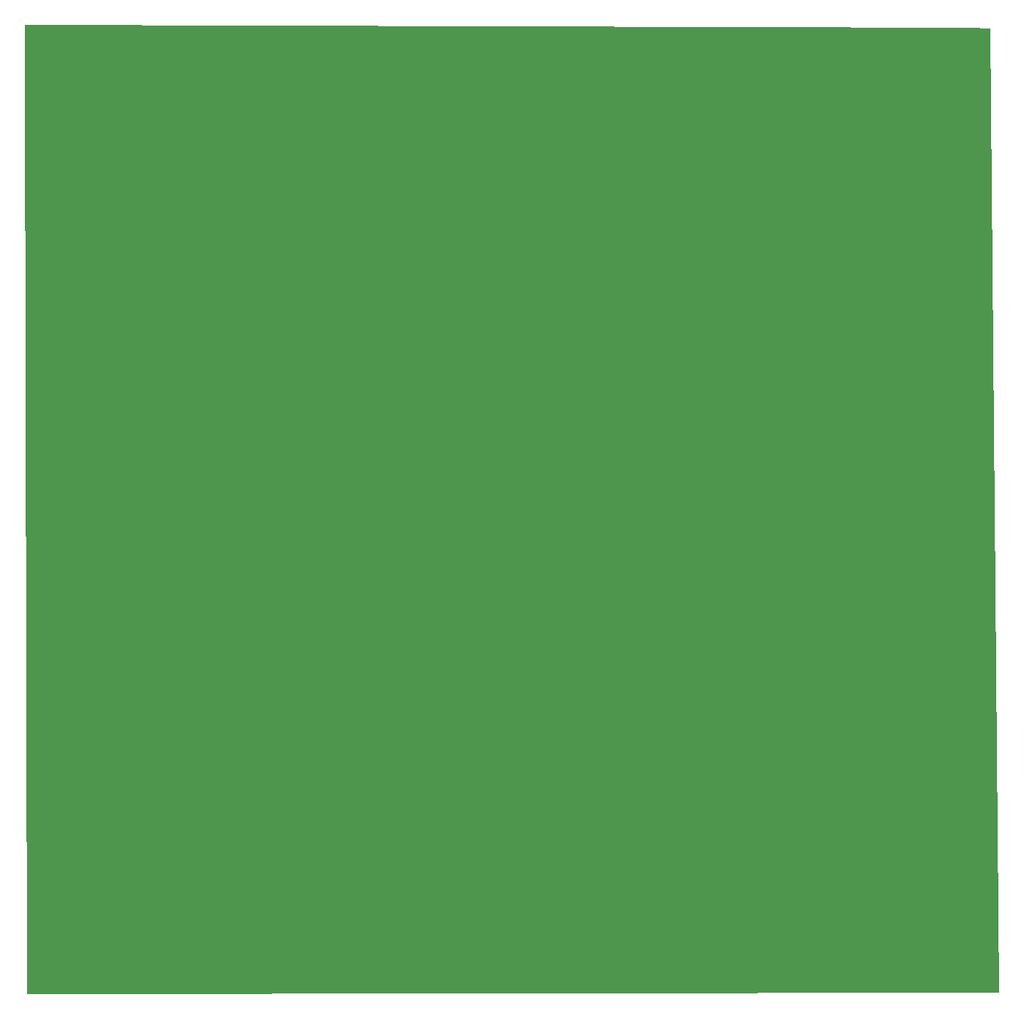
<source format=gbr>
%TF.GenerationSoftware,KiCad,Pcbnew,5.1.6+dfsg1-1*%
%TF.CreationDate,2021-01-27T11:44:38+01:00*%
%TF.ProjectId,gesc,67657363-2e6b-4696-9361-645f70636258,6*%
%TF.SameCoordinates,Original*%
%TF.FileFunction,Soldermask,Bot*%
%TF.FilePolarity,Negative*%
%FSLAX46Y46*%
G04 Gerber Fmt 4.6, Leading zero omitted, Abs format (unit mm)*
G04 Created by KiCad (PCBNEW 5.1.6+dfsg1-1) date 2021-01-27 11:44:38*
%MOMM*%
%LPD*%
G01*
G04 APERTURE LIST*
%TA.AperFunction,Profile*%
%ADD10C,0.200000*%
%TD*%
%ADD11C,0.100000*%
G04 APERTURE END LIST*
D10*
X155499800Y-99999800D02*
G75*
G03*
X155499800Y-99999800I-55500000J0D01*
G01*
X124500000Y-100000000D02*
G75*
G03*
X124500000Y-100000000I-24500000J0D01*
G01*
D11*
G36*
X153476625Y-44491130D02*
G01*
X155893653Y-44499778D01*
X155899800Y-44499800D01*
X156899800Y-156199800D01*
X44399800Y-156399800D01*
X44115965Y-50151000D01*
X44099816Y-44105934D01*
X44099816Y-44105930D01*
X44099800Y-44099800D01*
X153476625Y-44491130D01*
G37*
M02*

</source>
